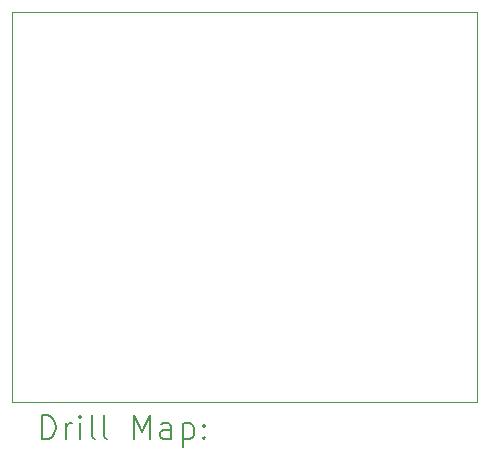
<source format=gbr>
%FSLAX45Y45*%
G04 Gerber Fmt 4.5, Leading zero omitted, Abs format (unit mm)*
G04 Created by KiCad (PCBNEW (6.0.5)) date 2022-06-23 10:46:32*
%MOMM*%
%LPD*%
G01*
G04 APERTURE LIST*
%TA.AperFunction,Profile*%
%ADD10C,0.100000*%
%TD*%
%ADD11C,0.200000*%
G04 APERTURE END LIST*
D10*
X10541000Y-8001000D02*
X14478000Y-8001000D01*
X14478000Y-8001000D02*
X14478000Y-11303000D01*
X14478000Y-11303000D02*
X10541000Y-11303000D01*
X10541000Y-11303000D02*
X10541000Y-8001000D01*
D11*
X10793619Y-11618476D02*
X10793619Y-11418476D01*
X10841238Y-11418476D01*
X10869810Y-11428000D01*
X10888857Y-11447048D01*
X10898381Y-11466095D01*
X10907905Y-11504190D01*
X10907905Y-11532762D01*
X10898381Y-11570857D01*
X10888857Y-11589905D01*
X10869810Y-11608952D01*
X10841238Y-11618476D01*
X10793619Y-11618476D01*
X10993619Y-11618476D02*
X10993619Y-11485143D01*
X10993619Y-11523238D02*
X11003143Y-11504190D01*
X11012667Y-11494667D01*
X11031714Y-11485143D01*
X11050762Y-11485143D01*
X11117429Y-11618476D02*
X11117429Y-11485143D01*
X11117429Y-11418476D02*
X11107905Y-11428000D01*
X11117429Y-11437524D01*
X11126952Y-11428000D01*
X11117429Y-11418476D01*
X11117429Y-11437524D01*
X11241238Y-11618476D02*
X11222190Y-11608952D01*
X11212667Y-11589905D01*
X11212667Y-11418476D01*
X11346000Y-11618476D02*
X11326952Y-11608952D01*
X11317428Y-11589905D01*
X11317428Y-11418476D01*
X11574571Y-11618476D02*
X11574571Y-11418476D01*
X11641238Y-11561333D01*
X11707905Y-11418476D01*
X11707905Y-11618476D01*
X11888857Y-11618476D02*
X11888857Y-11513714D01*
X11879333Y-11494667D01*
X11860286Y-11485143D01*
X11822190Y-11485143D01*
X11803143Y-11494667D01*
X11888857Y-11608952D02*
X11869809Y-11618476D01*
X11822190Y-11618476D01*
X11803143Y-11608952D01*
X11793619Y-11589905D01*
X11793619Y-11570857D01*
X11803143Y-11551809D01*
X11822190Y-11542286D01*
X11869809Y-11542286D01*
X11888857Y-11532762D01*
X11984095Y-11485143D02*
X11984095Y-11685143D01*
X11984095Y-11494667D02*
X12003143Y-11485143D01*
X12041238Y-11485143D01*
X12060286Y-11494667D01*
X12069809Y-11504190D01*
X12079333Y-11523238D01*
X12079333Y-11580381D01*
X12069809Y-11599428D01*
X12060286Y-11608952D01*
X12041238Y-11618476D01*
X12003143Y-11618476D01*
X11984095Y-11608952D01*
X12165048Y-11599428D02*
X12174571Y-11608952D01*
X12165048Y-11618476D01*
X12155524Y-11608952D01*
X12165048Y-11599428D01*
X12165048Y-11618476D01*
X12165048Y-11494667D02*
X12174571Y-11504190D01*
X12165048Y-11513714D01*
X12155524Y-11504190D01*
X12165048Y-11494667D01*
X12165048Y-11513714D01*
M02*

</source>
